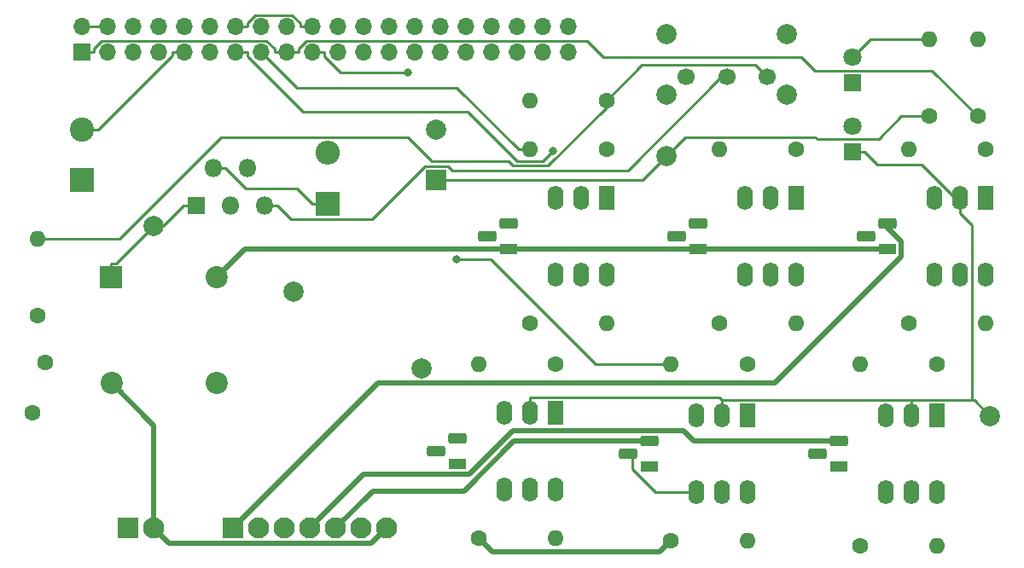
<source format=gbr>
%TF.GenerationSoftware,KiCad,Pcbnew,(6.0.11-0)*%
%TF.CreationDate,2023-02-13T11:09:09-07:00*%
%TF.ProjectId,Pi20,50693230-2e6b-4696-9361-645f70636258,rev?*%
%TF.SameCoordinates,Original*%
%TF.FileFunction,Copper,L1,Top*%
%TF.FilePolarity,Positive*%
%FSLAX46Y46*%
G04 Gerber Fmt 4.6, Leading zero omitted, Abs format (unit mm)*
G04 Created by KiCad (PCBNEW (6.0.11-0)) date 2023-02-13 11:09:09*
%MOMM*%
%LPD*%
G01*
G04 APERTURE LIST*
G04 Aperture macros list*
%AMRoundRect*
0 Rectangle with rounded corners*
0 $1 Rounding radius*
0 $2 $3 $4 $5 $6 $7 $8 $9 X,Y pos of 4 corners*
0 Add a 4 corners polygon primitive as box body*
4,1,4,$2,$3,$4,$5,$6,$7,$8,$9,$2,$3,0*
0 Add four circle primitives for the rounded corners*
1,1,$1+$1,$2,$3*
1,1,$1+$1,$4,$5*
1,1,$1+$1,$6,$7*
1,1,$1+$1,$8,$9*
0 Add four rect primitives between the rounded corners*
20,1,$1+$1,$2,$3,$4,$5,0*
20,1,$1+$1,$4,$5,$6,$7,0*
20,1,$1+$1,$6,$7,$8,$9,0*
20,1,$1+$1,$8,$9,$2,$3,0*%
G04 Aperture macros list end*
%TA.AperFunction,ComponentPad*%
%ADD10C,2.400000*%
%TD*%
%TA.AperFunction,ComponentPad*%
%ADD11R,2.400000X2.400000*%
%TD*%
%TA.AperFunction,ComponentPad*%
%ADD12C,2.000000*%
%TD*%
%TA.AperFunction,ComponentPad*%
%ADD13R,2.000000X2.000000*%
%TD*%
%TA.AperFunction,ComponentPad*%
%ADD14C,2.100000*%
%TD*%
%TA.AperFunction,ComponentPad*%
%ADD15R,2.100000X2.100000*%
%TD*%
%TA.AperFunction,ComponentPad*%
%ADD16O,1.700000X1.700000*%
%TD*%
%TA.AperFunction,ComponentPad*%
%ADD17R,1.700000X1.700000*%
%TD*%
%TA.AperFunction,ComponentPad*%
%ADD18C,2.200000*%
%TD*%
%TA.AperFunction,ComponentPad*%
%ADD19R,2.200000X2.200000*%
%TD*%
%TA.AperFunction,ComponentPad*%
%ADD20O,2.400000X2.400000*%
%TD*%
%TA.AperFunction,ComponentPad*%
%ADD21C,1.800000*%
%TD*%
%TA.AperFunction,ComponentPad*%
%ADD22R,1.800000X1.800000*%
%TD*%
%TA.AperFunction,ComponentPad*%
%ADD23RoundRect,0.275000X0.625000X-0.275000X0.625000X0.275000X-0.625000X0.275000X-0.625000X-0.275000X0*%
%TD*%
%TA.AperFunction,ComponentPad*%
%ADD24R,1.800000X1.100000*%
%TD*%
%TA.AperFunction,ComponentPad*%
%ADD25C,1.600000*%
%TD*%
%TA.AperFunction,ComponentPad*%
%ADD26O,1.600000X1.600000*%
%TD*%
%TA.AperFunction,ComponentPad*%
%ADD27C,1.700000*%
%TD*%
%TA.AperFunction,ComponentPad*%
%ADD28O,1.800000X1.800000*%
%TD*%
%TA.AperFunction,ComponentPad*%
%ADD29O,1.600000X2.400000*%
%TD*%
%TA.AperFunction,ComponentPad*%
%ADD30R,1.600000X2.400000*%
%TD*%
%TA.AperFunction,SMDPad,CuDef*%
%ADD31C,2.000000*%
%TD*%
%TA.AperFunction,ViaPad*%
%ADD32C,0.800000*%
%TD*%
%TA.AperFunction,Conductor*%
%ADD33C,0.250000*%
%TD*%
%TA.AperFunction,Conductor*%
%ADD34C,0.497800*%
%TD*%
G04 APERTURE END LIST*
D10*
%TO.P,C1,2*%
%TO.N,GND*%
X44492000Y-51508000D03*
D11*
%TO.P,C1,1*%
%TO.N,+24V*%
X44492000Y-56508000D03*
%TD*%
D12*
%TO.P,C2,2*%
%TO.N,GND*%
X79612000Y-51468000D03*
D13*
%TO.P,C2,1*%
%TO.N,+5V*%
X79612000Y-56468000D03*
%TD*%
D14*
%TO.P,J1,2,Pin_2*%
%TO.N,Common*%
X51582000Y-91074000D03*
D15*
%TO.P,J1,1,Pin_1*%
%TO.N,Net-(F1-Pad2)*%
X49042000Y-91074000D03*
%TD*%
D14*
%TO.P,J2,7,Pin_7*%
%TO.N,Common*%
X74696000Y-91074000D03*
%TO.P,J2,6,Pin_6*%
%TO.N,Zone6*%
X72156000Y-91074000D03*
%TO.P,J2,5,Pin_5*%
%TO.N,Zone5*%
X69616000Y-91074000D03*
%TO.P,J2,4,Pin_4*%
%TO.N,Zone4*%
X67076000Y-91074000D03*
%TO.P,J2,3,Pin_3*%
%TO.N,Zone3*%
X64536000Y-91074000D03*
%TO.P,J2,2,Pin_2*%
%TO.N,Zone2*%
X61996000Y-91074000D03*
D15*
%TO.P,J2,1,Pin_1*%
%TO.N,Zone1*%
X59456000Y-91074000D03*
%TD*%
D16*
%TO.P,J3,40,Pin_40*%
%TO.N,unconnected-(J3-Pad40)*%
X92730000Y-41290000D03*
%TO.P,J3,39,Pin_39*%
%TO.N,GND*%
X92730000Y-43830000D03*
%TO.P,J3,38,Pin_38*%
%TO.N,unconnected-(J3-Pad38)*%
X90190000Y-41290000D03*
%TO.P,J3,37,Pin_37*%
%TO.N,unconnected-(J3-Pad37)*%
X90190000Y-43830000D03*
%TO.P,J3,36,Pin_36*%
%TO.N,unconnected-(J3-Pad36)*%
X87650000Y-41290000D03*
%TO.P,J3,35,Pin_35*%
%TO.N,unconnected-(J3-Pad35)*%
X87650000Y-43830000D03*
%TO.P,J3,34,Pin_34*%
%TO.N,GND*%
X85110000Y-41290000D03*
%TO.P,J3,33,Pin_33*%
%TO.N,unconnected-(J3-Pad33)*%
X85110000Y-43830000D03*
%TO.P,J3,32,Pin_32*%
%TO.N,unconnected-(J3-Pad32)*%
X82570000Y-41290000D03*
%TO.P,J3,31,Pin_31*%
%TO.N,unconnected-(J3-Pad31)*%
X82570000Y-43830000D03*
%TO.P,J3,30,Pin_30*%
%TO.N,GND*%
X80030000Y-41290000D03*
%TO.P,J3,29,Pin_29*%
%TO.N,unconnected-(J3-Pad29)*%
X80030000Y-43830000D03*
%TO.P,J3,28,Pin_28*%
%TO.N,unconnected-(J3-Pad28)*%
X77490000Y-41290000D03*
%TO.P,J3,27,Pin_27*%
%TO.N,unconnected-(J3-Pad27)*%
X77490000Y-43830000D03*
%TO.P,J3,26,Pin_26*%
%TO.N,unconnected-(J3-Pad26)*%
X74950000Y-41290000D03*
%TO.P,J3,25,Pin_25*%
%TO.N,GND*%
X74950000Y-43830000D03*
%TO.P,J3,24,Pin_24*%
%TO.N,unconnected-(J3-Pad24)*%
X72410000Y-41290000D03*
%TO.P,J3,23,Pin_23*%
%TO.N,Ctrl_Zone6*%
X72410000Y-43830000D03*
%TO.P,J3,22,Pin_22*%
%TO.N,unconnected-(J3-Pad22)*%
X69870000Y-41290000D03*
%TO.P,J3,21,Pin_21*%
%TO.N,Ctrl_Zone5*%
X69870000Y-43830000D03*
%TO.P,J3,20,Pin_20*%
%TO.N,GND*%
X67330000Y-41290000D03*
%TO.P,J3,19,Pin_19*%
%TO.N,Ctrl_Zone4*%
X67330000Y-43830000D03*
%TO.P,J3,18,Pin_18*%
%TO.N,unconnected-(J3-Pad18)*%
X64790000Y-41290000D03*
%TO.P,J3,17,Pin_17*%
%TO.N,+3V3*%
X64790000Y-43830000D03*
%TO.P,J3,16,Pin_16*%
%TO.N,unconnected-(J3-Pad16)*%
X62250000Y-41290000D03*
%TO.P,J3,15,Pin_15*%
%TO.N,Ctrl_Zone3*%
X62250000Y-43830000D03*
%TO.P,J3,14,Pin_14*%
%TO.N,GND*%
X59710000Y-41290000D03*
%TO.P,J3,13,Pin_13*%
%TO.N,Ctrl_Zone2*%
X59710000Y-43830000D03*
%TO.P,J3,12,Pin_12*%
%TO.N,unconnected-(J3-Pad12)*%
X57170000Y-41290000D03*
%TO.P,J3,11,Pin_11*%
%TO.N,Ctrl_Zone1*%
X57170000Y-43830000D03*
%TO.P,J3,10,Pin_10*%
%TO.N,unconnected-(J3-Pad10)*%
X54630000Y-41290000D03*
%TO.P,J3,9,Pin_9*%
%TO.N,GND*%
X54630000Y-43830000D03*
%TO.P,J3,8,Pin_8*%
%TO.N,unconnected-(J3-Pad8)*%
X52090000Y-41290000D03*
%TO.P,J3,7,Pin_7*%
%TO.N,unconnected-(J3-Pad7)*%
X52090000Y-43830000D03*
%TO.P,J3,6,Pin_6*%
%TO.N,GND*%
X49550000Y-41290000D03*
%TO.P,J3,5,Pin_5*%
%TO.N,unconnected-(J3-Pad5)*%
X49550000Y-43830000D03*
%TO.P,J3,4,Pin_4*%
%TO.N,+5V*%
X47010000Y-41290000D03*
%TO.P,J3,3,Pin_3*%
%TO.N,unconnected-(J3-Pad3)*%
X47010000Y-43830000D03*
%TO.P,J3,2,Pin_2*%
%TO.N,+5V*%
X44470000Y-41290000D03*
D17*
%TO.P,J3,1,Pin_1*%
%TO.N,+3V3*%
X44470000Y-43830000D03*
%TD*%
D18*
%TO.P,D1,4*%
%TO.N,+24VAC*%
X57822000Y-66178000D03*
%TO.P,D1,3,-*%
%TO.N,GND*%
X57822000Y-76678000D03*
%TO.P,D1,2*%
%TO.N,Common*%
X47422000Y-76678000D03*
D19*
%TO.P,D1,1,+*%
%TO.N,+24V*%
X47322000Y-66178000D03*
%TD*%
D20*
%TO.P,D2,2,A*%
%TO.N,GND*%
X68852000Y-53778000D03*
D11*
%TO.P,D2,1,K*%
%TO.N,Net-(D2-Pad1)*%
X68852000Y-58858000D03*
%TD*%
D21*
%TO.P,D4,2,A*%
%TO.N,Net-(D4-Pad2)*%
X120924000Y-51196000D03*
D22*
%TO.P,D4,1,K*%
%TO.N,GND*%
X120924000Y-53736000D03*
%TD*%
D23*
%TO.P,D5,3,A1*%
%TO.N,Zone1*%
X124372000Y-60848000D03*
%TO.P,D5,2,G*%
%TO.N,Net-(D5-Pad2)*%
X122302000Y-62118000D03*
D24*
%TO.P,D5,1,A2*%
%TO.N,+24VAC*%
X124372000Y-63388000D03*
%TD*%
D23*
%TO.P,D6,3,A1*%
%TO.N,Zone4*%
X119546000Y-82438000D03*
%TO.P,D6,2,G*%
%TO.N,Net-(D6-Pad2)*%
X117476000Y-83708000D03*
D24*
%TO.P,D6,1,A2*%
%TO.N,+24VAC*%
X119546000Y-84978000D03*
%TD*%
D23*
%TO.P,D7,3,A1*%
%TO.N,Zone2*%
X105576000Y-60848000D03*
%TO.P,D7,2,G*%
%TO.N,Net-(D7-Pad2)*%
X103506000Y-62118000D03*
D24*
%TO.P,D7,1,A2*%
%TO.N,+24VAC*%
X105576000Y-63388000D03*
%TD*%
D23*
%TO.P,D8,3,A1*%
%TO.N,Zone5*%
X100750000Y-82438000D03*
%TO.P,D8,2,G*%
%TO.N,Net-(D8-Pad2)*%
X98680000Y-83708000D03*
D24*
%TO.P,D8,1,A2*%
%TO.N,+24VAC*%
X100750000Y-84978000D03*
%TD*%
D23*
%TO.P,D9,3,A1*%
%TO.N,Zone3*%
X86780000Y-60848000D03*
%TO.P,D9,2,G*%
%TO.N,Net-(D9-Pad2)*%
X84710000Y-62118000D03*
D24*
%TO.P,D9,1,A2*%
%TO.N,+24VAC*%
X86780000Y-63388000D03*
%TD*%
D23*
%TO.P,D10,3,A1*%
%TO.N,Zone6*%
X81700000Y-82184000D03*
%TO.P,D10,2,G*%
%TO.N,Net-(D10-Pad2)*%
X79630000Y-83454000D03*
D24*
%TO.P,D10,1,A2*%
%TO.N,+24VAC*%
X81700000Y-84724000D03*
%TD*%
D25*
%TO.P,F1,2*%
%TO.N,Net-(F1-Pad2)*%
X39572000Y-79588000D03*
%TO.P,F1,1*%
%TO.N,+24VAC*%
X40872000Y-74588000D03*
%TD*%
D12*
%TO.P,L1,2,2*%
%TO.N,Net-(D2-Pad1)*%
X78152000Y-75208000D03*
%TO.P,L1,1,1*%
%TO.N,+5V*%
X65452000Y-67588000D03*
%TD*%
D26*
%TO.P,R2,2*%
%TO.N,Net-(D4-Pad2)*%
X133370000Y-42560000D03*
D25*
%TO.P,R2,1*%
%TO.N,+3V3*%
X133370000Y-50180000D03*
%TD*%
D26*
%TO.P,R3,2*%
%TO.N,Ctrl_Zone1*%
X126512000Y-53482000D03*
D25*
%TO.P,R3,1*%
%TO.N,Net-(R3-Pad1)*%
X134132000Y-53482000D03*
%TD*%
D26*
%TO.P,R4,2*%
%TO.N,Net-(R4-Pad2)*%
X134132000Y-70754000D03*
D25*
%TO.P,R4,1*%
%TO.N,+24VAC*%
X126512000Y-70754000D03*
%TD*%
D26*
%TO.P,R5,2*%
%TO.N,Ctrl_Zone4*%
X121686000Y-74818000D03*
D25*
%TO.P,R5,1*%
%TO.N,Net-(R5-Pad1)*%
X129306000Y-74818000D03*
%TD*%
D26*
%TO.P,R6,2*%
%TO.N,Net-(R6-Pad2)*%
X129306000Y-92852000D03*
D25*
%TO.P,R6,1*%
%TO.N,+24VAC*%
X121686000Y-92852000D03*
%TD*%
D26*
%TO.P,R7,2*%
%TO.N,Ctrl_Zone2*%
X107716000Y-53482000D03*
D25*
%TO.P,R7,1*%
%TO.N,Net-(R7-Pad1)*%
X115336000Y-53482000D03*
%TD*%
D26*
%TO.P,R8,2*%
%TO.N,Net-(R8-Pad2)*%
X115336000Y-70754000D03*
D25*
%TO.P,R8,1*%
%TO.N,+24VAC*%
X107716000Y-70754000D03*
%TD*%
D26*
%TO.P,R9,2*%
%TO.N,Ctrl_Zone5*%
X102890000Y-74818000D03*
D25*
%TO.P,R9,1*%
%TO.N,Net-(R9-Pad1)*%
X110510000Y-74818000D03*
%TD*%
D26*
%TO.P,R10,2*%
%TO.N,Net-(R10-Pad2)*%
X110510000Y-92344000D03*
D25*
%TO.P,R10,1*%
%TO.N,+24VAC*%
X102890000Y-92344000D03*
%TD*%
D26*
%TO.P,R11,2*%
%TO.N,Ctrl_Zone3*%
X88920000Y-53482000D03*
D25*
%TO.P,R11,1*%
%TO.N,Net-(R11-Pad1)*%
X96540000Y-53482000D03*
%TD*%
D26*
%TO.P,R12,2*%
%TO.N,Net-(R12-Pad2)*%
X96540000Y-70754000D03*
D25*
%TO.P,R12,1*%
%TO.N,+24VAC*%
X88920000Y-70754000D03*
%TD*%
D26*
%TO.P,R13,2*%
%TO.N,Ctrl_Zone6*%
X83840000Y-74818000D03*
D25*
%TO.P,R13,1*%
%TO.N,Net-(R13-Pad1)*%
X91460000Y-74818000D03*
%TD*%
D26*
%TO.P,R14,2*%
%TO.N,Net-(R14-Pad2)*%
X91460000Y-92090000D03*
D25*
%TO.P,R14,1*%
%TO.N,+24VAC*%
X83840000Y-92090000D03*
%TD*%
D27*
%TO.P,SW1,3,C*%
%TO.N,GND*%
X104452000Y-46288000D03*
%TO.P,SW1,2,B*%
%TO.N,Net-(SW1-Pad2)*%
X108452000Y-46288000D03*
%TO.P,SW1,1,A*%
%TO.N,Net-(R15-Pad2)*%
X112452000Y-46288000D03*
D12*
%TO.P,SW1,*%
%TO.N,*%
X114452000Y-48038000D03*
X114452000Y-42038000D03*
X102452000Y-42038000D03*
X102452000Y-48038000D03*
%TD*%
D28*
%TO.P,U1,5,~{ON}/OFF*%
%TO.N,Net-(SW1-Pad2)*%
X62602000Y-58998000D03*
%TO.P,U1,4,FB*%
%TO.N,+5V*%
X60902000Y-55298000D03*
%TO.P,U1,3,GND*%
%TO.N,GND*%
X59202000Y-58998000D03*
%TO.P,U1,2,OUT*%
%TO.N,Net-(D2-Pad1)*%
X57502000Y-55298000D03*
D22*
%TO.P,U1,1,VIN*%
%TO.N,+24V*%
X55802000Y-58998000D03*
%TD*%
D29*
%TO.P,U2,6*%
%TO.N,Net-(R4-Pad2)*%
X134132000Y-65928000D03*
%TO.P,U2,5,NC*%
%TO.N,unconnected-(U2-Pad5)*%
X131592000Y-65928000D03*
%TO.P,U2,4*%
%TO.N,Net-(D5-Pad2)*%
X129052000Y-65928000D03*
%TO.P,U2,3,NC*%
%TO.N,unconnected-(U2-Pad3)*%
X129052000Y-58308000D03*
%TO.P,U2,2*%
%TO.N,GND*%
X131592000Y-58308000D03*
D30*
%TO.P,U2,1*%
%TO.N,Net-(R3-Pad1)*%
X134132000Y-58308000D03*
%TD*%
D29*
%TO.P,U3,6*%
%TO.N,Net-(R6-Pad2)*%
X129306000Y-87518000D03*
%TO.P,U3,5,NC*%
%TO.N,unconnected-(U3-Pad5)*%
X126766000Y-87518000D03*
%TO.P,U3,4*%
%TO.N,Net-(D6-Pad2)*%
X124226000Y-87518000D03*
%TO.P,U3,3,NC*%
%TO.N,unconnected-(U3-Pad3)*%
X124226000Y-79898000D03*
%TO.P,U3,2*%
%TO.N,GND*%
X126766000Y-79898000D03*
D30*
%TO.P,U3,1*%
%TO.N,Net-(R5-Pad1)*%
X129306000Y-79898000D03*
%TD*%
D29*
%TO.P,U4,6*%
%TO.N,Net-(R8-Pad2)*%
X115336000Y-65928000D03*
%TO.P,U4,5,NC*%
%TO.N,unconnected-(U4-Pad5)*%
X112796000Y-65928000D03*
%TO.P,U4,4*%
%TO.N,Net-(D7-Pad2)*%
X110256000Y-65928000D03*
%TO.P,U4,3,NC*%
%TO.N,unconnected-(U4-Pad3)*%
X110256000Y-58308000D03*
%TO.P,U4,2*%
%TO.N,GND*%
X112796000Y-58308000D03*
D30*
%TO.P,U4,1*%
%TO.N,Net-(R7-Pad1)*%
X115336000Y-58308000D03*
%TD*%
D29*
%TO.P,U5,6*%
%TO.N,Net-(R10-Pad2)*%
X110510000Y-87518000D03*
%TO.P,U5,5,NC*%
%TO.N,unconnected-(U5-Pad5)*%
X107970000Y-87518000D03*
%TO.P,U5,4*%
%TO.N,Net-(D8-Pad2)*%
X105430000Y-87518000D03*
%TO.P,U5,3,NC*%
%TO.N,unconnected-(U5-Pad3)*%
X105430000Y-79898000D03*
%TO.P,U5,2*%
%TO.N,GND*%
X107970000Y-79898000D03*
D30*
%TO.P,U5,1*%
%TO.N,Net-(R9-Pad1)*%
X110510000Y-79898000D03*
%TD*%
D29*
%TO.P,U6,6*%
%TO.N,Net-(R12-Pad2)*%
X96540000Y-65928000D03*
%TO.P,U6,5,NC*%
%TO.N,unconnected-(U6-Pad5)*%
X94000000Y-65928000D03*
%TO.P,U6,4*%
%TO.N,Net-(D9-Pad2)*%
X91460000Y-65928000D03*
%TO.P,U6,3,NC*%
%TO.N,unconnected-(U6-Pad3)*%
X91460000Y-58308000D03*
%TO.P,U6,2*%
%TO.N,GND*%
X94000000Y-58308000D03*
D30*
%TO.P,U6,1*%
%TO.N,Net-(R11-Pad1)*%
X96540000Y-58308000D03*
%TD*%
D29*
%TO.P,U7,6*%
%TO.N,Net-(R14-Pad2)*%
X91460000Y-87264000D03*
%TO.P,U7,5,NC*%
%TO.N,unconnected-(U7-Pad5)*%
X88920000Y-87264000D03*
%TO.P,U7,4*%
%TO.N,Net-(D10-Pad2)*%
X86380000Y-87264000D03*
%TO.P,U7,3,NC*%
%TO.N,unconnected-(U7-Pad3)*%
X86380000Y-79644000D03*
%TO.P,U7,2*%
%TO.N,GND*%
X88920000Y-79644000D03*
D30*
%TO.P,U7,1*%
%TO.N,Net-(R13-Pad1)*%
X91460000Y-79644000D03*
%TD*%
D21*
%TO.P,D3,2,A*%
%TO.N,Net-(D3-Pad2)*%
X120924000Y-44338000D03*
D22*
%TO.P,D3,1,K*%
%TO.N,GND*%
X120924000Y-46878000D03*
%TD*%
D26*
%TO.P,R1,2*%
%TO.N,Net-(D3-Pad2)*%
X128544000Y-42560000D03*
D25*
%TO.P,R1,1*%
%TO.N,+5V*%
X128544000Y-50180000D03*
%TD*%
D26*
%TO.P,R15,2*%
%TO.N,Net-(R15-Pad2)*%
X40082000Y-62298000D03*
D25*
%TO.P,R15,1*%
%TO.N,+24V*%
X40082000Y-69918000D03*
%TD*%
D26*
%TO.P,R16,2*%
%TO.N,GND*%
X88922000Y-48588000D03*
D25*
%TO.P,R16,1*%
%TO.N,Net-(R15-Pad2)*%
X96542000Y-48588000D03*
%TD*%
D31*
%TO.P,TP3,1,1*%
%TO.N,GND*%
X134580000Y-79930000D03*
%TD*%
%TO.P,TP1,1,1*%
%TO.N,+24V*%
X51610000Y-61050000D03*
%TD*%
%TO.P,TP2,1,1*%
%TO.N,+5V*%
X102472000Y-54118000D03*
%TD*%
D32*
%TO.N,Ctrl_Zone2*%
X91173700Y-53597700D03*
%TO.N,Ctrl_Zone4*%
X76784300Y-45783600D03*
%TO.N,Ctrl_Zone5*%
X81620100Y-64404800D03*
%TD*%
D33*
%TO.N,Net-(SW1-Pad2)*%
X107889500Y-46288000D02*
X108452000Y-46288000D01*
X98645000Y-55532500D02*
X107889500Y-46288000D01*
X81186700Y-55532500D02*
X98645000Y-55532500D01*
X80796900Y-55142700D02*
X81186700Y-55532500D01*
X78477200Y-55142700D02*
X80796900Y-55142700D01*
X73236500Y-60383400D02*
X78477200Y-55142700D01*
X65212700Y-60383400D02*
X73236500Y-60383400D01*
X63827300Y-58998000D02*
X65212700Y-60383400D01*
X62602000Y-58998000D02*
X63827300Y-58998000D01*
%TO.N,Net-(R15-Pad2)*%
X96542000Y-49255200D02*
X96542000Y-48588000D01*
X90739200Y-55058000D02*
X96542000Y-49255200D01*
X87229200Y-55058000D02*
X90739200Y-55058000D01*
X86778900Y-54607700D02*
X87229200Y-55058000D01*
X79197600Y-54607700D02*
X86778900Y-54607700D01*
X76822500Y-52232600D02*
X79197600Y-54607700D01*
X58295800Y-52232600D02*
X76822500Y-52232600D01*
X48230400Y-62298000D02*
X58295800Y-52232600D01*
X40082000Y-62298000D02*
X48230400Y-62298000D01*
X111258000Y-45094000D02*
X112452000Y-46288000D01*
X100036000Y-45094000D02*
X111258000Y-45094000D01*
X96542000Y-48588000D02*
X100036000Y-45094000D01*
%TO.N,+24V*%
X47322000Y-66178000D02*
X47322000Y-64752700D01*
X55802000Y-58998000D02*
X54576700Y-58998000D01*
X47907300Y-64752700D02*
X51610000Y-61050000D01*
X47322000Y-64752700D02*
X47907300Y-64752700D01*
X52524700Y-61050000D02*
X54576700Y-58998000D01*
X51610000Y-61050000D02*
X52524700Y-61050000D01*
%TO.N,+3V3*%
X65965300Y-43462600D02*
X65965300Y-43830000D01*
X66773200Y-42654700D02*
X65965300Y-43462600D01*
X94599400Y-42654700D02*
X66773200Y-42654700D01*
X96242400Y-44297700D02*
X94599400Y-42654700D01*
X115862700Y-44297700D02*
X96242400Y-44297700D01*
X117217600Y-45652600D02*
X115862700Y-44297700D01*
X128842600Y-45652600D02*
X117217600Y-45652600D01*
X133370000Y-50180000D02*
X128842600Y-45652600D01*
X64790000Y-43830000D02*
X65965300Y-43830000D01*
X63614700Y-43462600D02*
X63614700Y-43830000D01*
X62806800Y-42654700D02*
X63614700Y-43462600D01*
X46453300Y-42654700D02*
X62806800Y-42654700D01*
X45645300Y-43462700D02*
X46453300Y-42654700D01*
X45645300Y-43830000D02*
X45645300Y-43462700D01*
X44470000Y-43830000D02*
X45645300Y-43830000D01*
X64790000Y-43830000D02*
X63614700Y-43830000D01*
%TO.N,Net-(D2-Pad1)*%
X65801400Y-57332700D02*
X67326700Y-58858000D01*
X60762000Y-57332700D02*
X65801400Y-57332700D01*
X58727300Y-55298000D02*
X60762000Y-57332700D01*
X57502000Y-55298000D02*
X58727300Y-55298000D01*
X68852000Y-58858000D02*
X67326700Y-58858000D01*
%TO.N,Net-(D8-Pad2)*%
X99080000Y-85219800D02*
X99080000Y-83708000D01*
X101378200Y-87518000D02*
X99080000Y-85219800D01*
X105430000Y-87518000D02*
X101378200Y-87518000D01*
%TO.N,Net-(D3-Pad2)*%
X122702000Y-42560000D02*
X120924000Y-44338000D01*
X128544000Y-42560000D02*
X122702000Y-42560000D01*
%TO.N,Ctrl_Zone2*%
X59710000Y-43830000D02*
X60885300Y-43830000D01*
X90163700Y-54607700D02*
X91173700Y-53597700D01*
X87641100Y-54607700D02*
X90163700Y-54607700D01*
X82724500Y-49691100D02*
X87641100Y-54607700D01*
X66379100Y-49691100D02*
X82724500Y-49691100D01*
X60885300Y-44197300D02*
X66379100Y-49691100D01*
X60885300Y-43830000D02*
X60885300Y-44197300D01*
%TO.N,Ctrl_Zone3*%
X88920000Y-53482000D02*
X87794700Y-53482000D01*
X81688500Y-47375800D02*
X87794700Y-53482000D01*
X65795800Y-47375800D02*
X81688500Y-47375800D01*
X62250000Y-43830000D02*
X65795800Y-47375800D01*
%TO.N,Ctrl_Zone4*%
X67330000Y-43830000D02*
X68505300Y-43830000D01*
X68505300Y-44197400D02*
X68505300Y-43830000D01*
X70091500Y-45783600D02*
X68505300Y-44197400D01*
X76784300Y-45783600D02*
X70091500Y-45783600D01*
%TO.N,Ctrl_Zone5*%
X85019700Y-64404800D02*
X81620100Y-64404800D01*
X95432900Y-74818000D02*
X85019700Y-64404800D01*
X102890000Y-74818000D02*
X95432900Y-74818000D01*
D34*
%TO.N,Zone1*%
X73872700Y-76657300D02*
X59456000Y-91074000D01*
X113206000Y-76657300D02*
X73872700Y-76657300D01*
X125731900Y-64131400D02*
X113206000Y-76657300D01*
X125731900Y-62607900D02*
X125731900Y-64131400D01*
X123972000Y-60848000D02*
X125731900Y-62607900D01*
%TO.N,Zone4*%
X72426700Y-85723300D02*
X67076000Y-91074000D01*
X82957600Y-85723300D02*
X72426700Y-85723300D01*
X87276000Y-81404900D02*
X82957600Y-85723300D01*
X104147900Y-81404900D02*
X87276000Y-81404900D01*
X105181000Y-82438000D02*
X104147900Y-81404900D01*
X119146000Y-82438000D02*
X105181000Y-82438000D01*
%TO.N,Zone5*%
X87349700Y-82438000D02*
X100350000Y-82438000D01*
X82413100Y-87374600D02*
X87349700Y-82438000D01*
X73315400Y-87374600D02*
X82413100Y-87374600D01*
X69616000Y-91074000D02*
X73315400Y-87374600D01*
D33*
%TO.N,+5V*%
X104303200Y-52286800D02*
X102472000Y-54118000D01*
X117266100Y-52286800D02*
X104303200Y-52286800D01*
X117412900Y-52433600D02*
X117266100Y-52286800D01*
X123520600Y-52433600D02*
X117412900Y-52433600D01*
X125774200Y-50180000D02*
X123520600Y-52433600D01*
X128544000Y-50180000D02*
X125774200Y-50180000D01*
X100122000Y-56468000D02*
X79612000Y-56468000D01*
X102472000Y-54118000D02*
X100122000Y-56468000D01*
X44470000Y-41290000D02*
X47010000Y-41290000D01*
D34*
%TO.N,Common*%
X73190500Y-92579500D02*
X74696000Y-91074000D01*
X53087500Y-92579500D02*
X73190500Y-92579500D01*
X51582000Y-91074000D02*
X53087500Y-92579500D01*
X51582000Y-80838000D02*
X51582000Y-91074000D01*
X47422000Y-76678000D02*
X51582000Y-80838000D01*
%TO.N,+24VAC*%
X105176000Y-63388000D02*
X123972000Y-63388000D01*
X105176000Y-63388000D02*
X86380000Y-63388000D01*
X60612000Y-63388000D02*
X57822000Y-66178000D01*
X86380000Y-63388000D02*
X60612000Y-63388000D01*
X101809800Y-93424200D02*
X102890000Y-92344000D01*
X85174200Y-93424200D02*
X101809800Y-93424200D01*
X83840000Y-92090000D02*
X85174200Y-93424200D01*
D33*
%TO.N,GND*%
X54630000Y-43830000D02*
X53454700Y-43830000D01*
X53454700Y-44132500D02*
X53454700Y-43830000D01*
X46079200Y-51508000D02*
X53454700Y-44132500D01*
X44492000Y-51508000D02*
X46079200Y-51508000D01*
X60885300Y-40922600D02*
X60885300Y-41290000D01*
X61693200Y-40114700D02*
X60885300Y-40922600D01*
X65346700Y-40114700D02*
X61693200Y-40114700D01*
X66154700Y-40922700D02*
X65346700Y-40114700D01*
X66154700Y-41290000D02*
X66154700Y-40922700D01*
X67330000Y-41290000D02*
X66154700Y-41290000D01*
X59710000Y-41290000D02*
X60885300Y-41290000D01*
X131592000Y-58308000D02*
X131592000Y-58741500D01*
X131592000Y-58741500D02*
X131592000Y-59833300D01*
X123374600Y-54961300D02*
X122149300Y-53736000D01*
X127811800Y-54961300D02*
X123374600Y-54961300D01*
X131592000Y-58741500D02*
X127811800Y-54961300D01*
X120924000Y-53736000D02*
X122149300Y-53736000D01*
X126766000Y-79898000D02*
X126766000Y-78372700D01*
X133022700Y-78372700D02*
X132757400Y-78372700D01*
X134580000Y-79930000D02*
X133022700Y-78372700D01*
X132757400Y-60998700D02*
X131592000Y-59833300D01*
X132757400Y-78372700D02*
X132757400Y-60998700D01*
X132757400Y-78372700D02*
X126766000Y-78372700D01*
X126766000Y-78372700D02*
X107970000Y-78372700D01*
X107970000Y-79898000D02*
X107970000Y-78372700D01*
X107716000Y-78118700D02*
X107970000Y-78372700D01*
X88920000Y-78118700D02*
X107716000Y-78118700D01*
X88920000Y-79644000D02*
X88920000Y-78118700D01*
%TD*%
M02*

</source>
